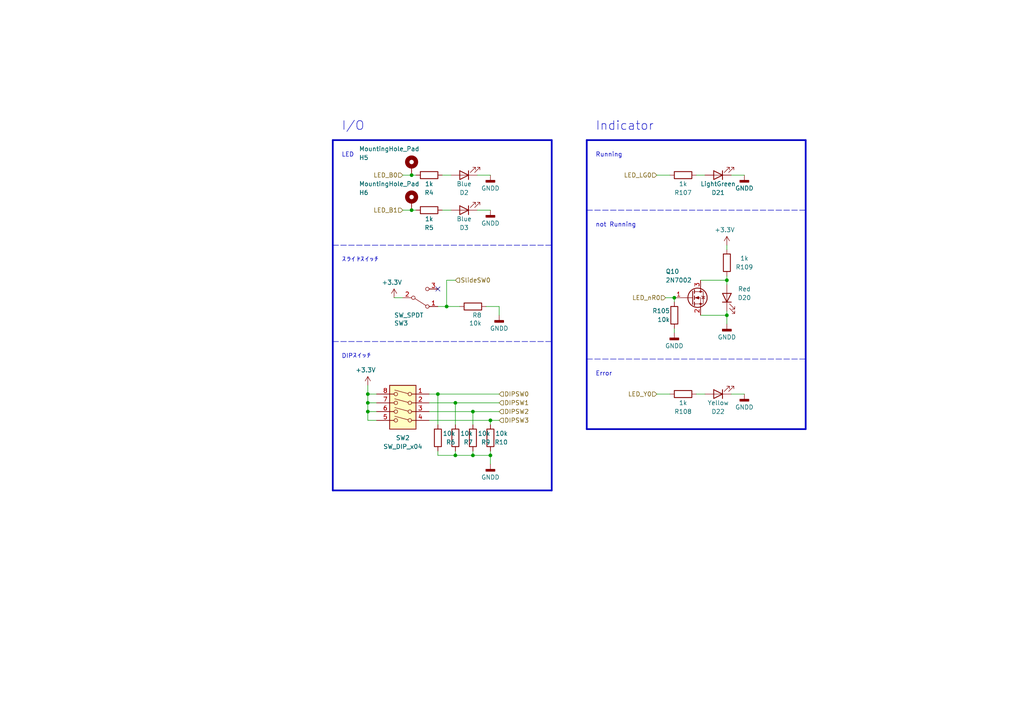
<source format=kicad_sch>
(kicad_sch (version 20230121) (generator eeschema)
  (paper "A4")
  (lib_symbols
    (symbol "Device:LED" (pin_numbers hide) (pin_names (offset 1.016) hide)
      (property "Reference" "D" (at 0 2.54 0))
      (property "Value" "LED" (at 0 -2.54 0))
      (symbol "LED_0_1"
        (polyline (pts (xy -1.27 -1.27) (xy -1.27 1.27)) (stroke (width 0.254)))
        (polyline (pts (xy -1.27 0) (xy 1.27 0)))
        (polyline (pts (xy 1.27 -1.27) (xy 1.27 1.27) (xy -1.27 0) (xy 1.27 -1.27)) (stroke (width 0.254)))
        (polyline (pts (xy -3.048 -0.762) (xy -4.572 -2.286) (xy -3.81 -2.286) (xy -4.572 -2.286) (xy -4.572 -1.524)))
        (polyline (pts (xy -1.778 -0.762) (xy -3.302 -2.286) (xy -2.54 -2.286) (xy -3.302 -2.286) (xy -3.302 -1.524)))
      )
      (symbol "LED_1_1"
        (pin passive line (at -3.81 0 0) (length 2.54) (name "K") (number "1"))
        (pin passive line (at 3.81 0 180) (length 2.54) (name "A") (number "2"))
      )
    )
    (symbol "Device:R" (pin_numbers hide) (pin_names (offset 0))
      (property "Reference" "R" (at 2.032 0 90))
      (property "Value" "R" (at 0 0 90))
      (symbol "R_0_1"
        (rectangle (start -1.016 -2.54) (end 1.016 2.54) (stroke (width 0.254)))
      )
      (symbol "R_1_1"
        (pin passive line (at 0 3.81 270) (length 1.27) (name "~") (number "1"))
        (pin passive line (at 0 -3.81 90) (length 1.27) (name "~") (number "2"))
      )
    )
    (symbol "Mechanical:MountingHole_Pad" (pin_numbers hide) (pin_names (offset 1.016) hide)
      (property "Reference" "H" (at 0 6.35 0))
      (property "Value" "MountingHole_Pad" (at 0 4.445 0))
      (symbol "MountingHole_Pad_0_1"
        (circle (center 0 1.27) (radius 1.27) (stroke (width 1.27)))
      )
      (symbol "MountingHole_Pad_1_1"
        (pin input line (at 0 -2.54 90) (length 2.54) (name "1") (number "1"))
      )
    )
    (symbol "Switch:SW_DIP_x04" (pin_names (offset 0) hide)
      (property "Reference" "SW" (at 0 8.89 0))
      (property "Value" "SW_DIP_x04" (at 0 -6.35 0))
      (symbol "SW_DIP_x04_0_0"
        (circle (center -2.032 -2.54) (radius 0.508))
        (circle (center -2.032 0) (radius 0.508))
        (circle (center -2.032 2.54) (radius 0.508))
        (circle (center -2.032 5.08) (radius 0.508))
        (polyline (pts (xy -1.524 -2.3876) (xy 2.3622 -1.3462)))
        (polyline (pts (xy -1.524 0.127) (xy 2.3622 1.1684)))
        (polyline (pts (xy -1.524 2.667) (xy 2.3622 3.7084)))
        (polyline (pts (xy -1.524 5.207) (xy 2.3622 6.2484)))
        (circle (center 2.032 -2.54) (radius 0.508))
        (circle (center 2.032 0) (radius 0.508))
        (circle (center 2.032 2.54) (radius 0.508))
        (circle (center 2.032 5.08) (radius 0.508))
      )
      (symbol "SW_DIP_x04_0_1"
        (rectangle (start -3.81 7.62) (end 3.81 -5.08) (stroke (width 0.254)) (fill (type background)))
      )
      (symbol "SW_DIP_x04_1_1"
        (pin passive line (at -7.62 5.08 0) (length 5.08) (name "~") (number "1"))
        (pin passive line (at -7.62 2.54 0) (length 5.08) (name "~") (number "2"))
        (pin passive line (at -7.62 0 0) (length 5.08) (name "~") (number "3"))
        (pin passive line (at -7.62 -2.54 0) (length 5.08) (name "~") (number "4"))
        (pin passive line (at 7.62 -2.54 180) (length 5.08) (name "~") (number "5"))
        (pin passive line (at 7.62 0 180) (length 5.08) (name "~") (number "6"))
        (pin passive line (at 7.62 2.54 180) (length 5.08) (name "~") (number "7"))
        (pin passive line (at 7.62 5.08 180) (length 5.08) (name "~") (number "8"))
      )
    )
    (symbol "Switch:SW_SPDT" (pin_names (offset 0) hide)
      (property "Reference" "SW" (at 0 4.318 0))
      (property "Value" "SW_SPDT" (at 0 -5.08 0))
      (symbol "SW_SPDT_0_0"
        (circle (center -2.032 0) (radius 0.508))
        (circle (center 2.032 -2.54) (radius 0.508))
      )
      (symbol "SW_SPDT_0_1"
        (polyline (pts (xy -1.524 0.254) (xy 1.651 2.286)))
        (circle (center 2.032 2.54) (radius 0.508))
      )
      (symbol "SW_SPDT_1_1"
        (pin passive line (at 5.08 2.54 180) (length 2.54) (name "A") (number "1"))
        (pin passive line (at -5.08 0 0) (length 2.54) (name "B") (number "2"))
        (pin passive line (at 5.08 -2.54 180) (length 2.54) (name "C") (number "3"))
      )
    )
    (symbol "Transistor_FET:2N7002" (pin_names hide)
      (property "Reference" "Q" (at 5.08 1.905 0))
      (property "Value" "2N7002" (at 5.08 0 0))
      (symbol "2N7002_0_1"
        (polyline (pts (xy 0.254 0) (xy -2.54 0)))
        (polyline (pts (xy 0.254 1.905) (xy 0.254 -1.905)) (stroke (width 0.254)))
        (polyline (pts (xy 0.762 -1.27) (xy 0.762 -2.286)) (stroke (width 0.254)))
        (polyline (pts (xy 0.762 0.508) (xy 0.762 -0.508)) (stroke (width 0.254)))
        (polyline (pts (xy 0.762 2.286) (xy 0.762 1.27)) (stroke (width 0.254)))
        (polyline (pts (xy 2.54 2.54) (xy 2.54 1.778)))
        (polyline (pts (xy 2.54 -2.54) (xy 2.54 0) (xy 0.762 0)))
        (polyline (pts (xy 0.762 -1.778) (xy 3.302 -1.778) (xy 3.302 1.778) (xy 0.762 1.778)))
        (polyline (pts (xy 1.016 0) (xy 2.032 0.381) (xy 2.032 -0.381) (xy 1.016 0)) (fill (type outline)))
        (polyline (pts (xy 2.794 0.508) (xy 2.921 0.381) (xy 3.683 0.381) (xy 3.81 0.254)))
        (polyline (pts (xy 3.302 0.381) (xy 2.921 -0.254) (xy 3.683 -0.254) (xy 3.302 0.381)))
        (circle (center 1.651 0) (radius 2.794) (stroke (width 0.254)))
        (circle (center 2.54 -1.778) (radius 0.254) (fill (type outline)))
        (circle (center 2.54 1.778) (radius 0.254) (fill (type outline)))
      )
      (symbol "2N7002_1_1"
        (pin input line (at -5.08 0 0) (length 2.54) (name "G") (number "1"))
        (pin passive line (at 2.54 -5.08 90) (length 2.54) (name "S") (number "2"))
        (pin passive line (at 2.54 5.08 270) (length 2.54) (name "D") (number "3"))
      )
    )
    (symbol "power:+3.3V" (power) (pin_names (offset 0))
      (property "Value" "+3.3V" (at 0 3.556 0))
      (symbol "+3.3V_0_1"
        (polyline (pts (xy -0.762 1.27) (xy 0 2.54)))
        (polyline (pts (xy 0 0) (xy 0 2.54)))
        (polyline (pts (xy 0 2.54) (xy 0.762 1.27)))
      )
      (symbol "+3.3V_1_1"
        (pin power_in line (at 0 0 90) (length 0) hide (name "+3.3V") (number "1"))
      )
    )
    (symbol "power:GNDD" (power) (pin_names (offset 0))
      (property "Value" "GNDD" (at 0 -3.175 0))
      (symbol "GNDD_0_1"
        (rectangle (start -1.27 -1.524) (end 1.27 -2.032) (stroke (width 0.254)) (fill (type outline)))
        (polyline (pts (xy 0 0) (xy 0 -1.524)))
      )
      (symbol "GNDD_1_1"
        (pin power_in line (at 0 0 270) (length 0) hide (name "GNDD") (number "1"))
      )
    )
  )
  (junction (at 195.58 86.36))
  (junction (at 142.24 132.08))
  (junction (at 210.82 81.28))
  (junction (at 137.16 132.08))
  (junction (at 119.38 50.8))
  (junction (at 106.68 119.38))
  (junction (at 106.68 116.84))
  (junction (at 132.08 116.84))
  (junction (at 132.08 132.08))
  (junction (at 210.82 91.44))
  (junction (at 137.16 119.38))
  (junction (at 106.68 114.3))
  (junction (at 129.54 88.9))
  (junction (at 119.38 60.96))
  (junction (at 142.24 121.92))
  (junction (at 127 114.3))
  (no_connect (at 127 83.82))
  (wire (pts (xy 127 132.08) (xy 127 130.81)))
  (wire (pts (xy 142.24 132.08) (xy 137.16 132.08)))
  (wire (pts (xy 132.08 132.08) (xy 127 132.08)))
  (wire (pts (xy 106.68 114.3) (xy 106.68 116.84)))
  (wire (pts (xy 203.2 91.44) (xy 210.82 91.44)))
  (wire (pts (xy 114.3 86.36) (xy 116.84 86.36)))
  (wire (pts (xy 138.43 60.96) (xy 142.24 60.96)))
  (wire (pts (xy 127 114.3) (xy 127 123.19)))
  (polyline (pts (xy 96.52 71.12) (xy 160.02 71.12)) (stroke (width 0) (type dash)))
  (wire (pts (xy 128.27 60.96) (xy 130.81 60.96)))
  (polyline (pts (xy 96.52 40.64) (xy 160.02 40.64)) (stroke (width 0.5) (type solid)))
  (wire (pts (xy 132.08 81.28) (xy 129.54 81.28)))
  (wire (pts (xy 106.68 116.84) (xy 109.22 116.84)))
  (wire (pts (xy 124.46 116.84) (xy 132.08 116.84)))
  (wire (pts (xy 109.22 121.92) (xy 106.68 121.92)))
  (wire (pts (xy 140.97 88.9) (xy 144.78 88.9)))
  (polyline (pts (xy 170.18 124.46) (xy 170.18 40.64)) (stroke (width 0.5) (type solid)))
  (wire (pts (xy 127 114.3) (xy 144.78 114.3)))
  (wire (pts (xy 137.16 132.08) (xy 137.16 130.81)))
  (wire (pts (xy 195.58 95.25) (xy 195.58 96.52)))
  (wire (pts (xy 142.24 134.62) (xy 142.24 132.08)))
  (wire (pts (xy 129.54 88.9) (xy 133.35 88.9)))
  (polyline (pts (xy 170.18 104.14) (xy 233.68 104.14)) (stroke (width 0) (type dash)))
  (wire (pts (xy 106.68 119.38) (xy 109.22 119.38)))
  (polyline (pts (xy 170.18 60.96) (xy 233.68 60.96)) (stroke (width 0) (type dash)))
  (wire (pts (xy 127 88.9) (xy 129.54 88.9)))
  (wire (pts (xy 106.68 114.3) (xy 109.22 114.3)))
  (wire (pts (xy 106.68 121.92) (xy 106.68 119.38)))
  (wire (pts (xy 195.58 86.36) (xy 195.58 87.63)))
  (polyline (pts (xy 170.18 40.64) (xy 233.68 40.64)) (stroke (width 0.5) (type solid)))
  (wire (pts (xy 142.24 132.08) (xy 142.24 130.81)))
  (wire (pts (xy 144.78 91.44) (xy 144.78 88.9)))
  (wire (pts (xy 119.38 60.96) (xy 120.65 60.96)))
  (wire (pts (xy 201.93 50.8) (xy 204.47 50.8)))
  (wire (pts (xy 116.84 60.96) (xy 119.38 60.96)))
  (wire (pts (xy 124.46 114.3) (xy 127 114.3)))
  (wire (pts (xy 210.82 91.44) (xy 210.82 93.98)))
  (wire (pts (xy 138.43 50.8) (xy 142.24 50.8)))
  (wire (pts (xy 142.24 121.92) (xy 144.78 121.92)))
  (wire (pts (xy 210.82 71.12) (xy 210.82 72.39)))
  (polyline (pts (xy 96.52 142.24) (xy 160.02 142.24)) (stroke (width 0.5) (type solid)))
  (wire (pts (xy 137.16 119.38) (xy 144.78 119.38)))
  (wire (pts (xy 190.5 50.8) (xy 194.31 50.8)))
  (wire (pts (xy 137.16 132.08) (xy 132.08 132.08)))
  (polyline (pts (xy 233.68 124.46) (xy 233.68 40.64)) (stroke (width 0.5) (type solid)))
  (wire (pts (xy 119.38 50.8) (xy 120.65 50.8)))
  (polyline (pts (xy 96.52 142.24) (xy 96.52 40.64)) (stroke (width 0.5) (type solid)))
  (polyline (pts (xy 160.02 142.24) (xy 160.02 40.64)) (stroke (width 0.5) (type solid)))
  (wire (pts (xy 129.54 81.28) (xy 129.54 88.9)))
  (polyline (pts (xy 96.52 99.06) (xy 160.02 99.06)) (stroke (width 0) (type dash)))
  (wire (pts (xy 106.68 111.76) (xy 106.68 114.3)))
  (polyline (pts (xy 170.18 124.46) (xy 233.68 124.46)) (stroke (width 0.5) (type solid)))
  (wire (pts (xy 193.04 86.36) (xy 195.58 86.36)))
  (wire (pts (xy 210.82 81.28) (xy 210.82 82.55)))
  (wire (pts (xy 132.08 123.19) (xy 132.08 116.84)))
  (wire (pts (xy 124.46 119.38) (xy 137.16 119.38)))
  (wire (pts (xy 128.27 50.8) (xy 130.81 50.8)))
  (wire (pts (xy 190.5 114.3) (xy 194.31 114.3)))
  (wire (pts (xy 210.82 80.01) (xy 210.82 81.28)))
  (wire (pts (xy 212.09 114.3) (xy 215.9 114.3)))
  (wire (pts (xy 116.84 50.8) (xy 119.38 50.8)))
  (wire (pts (xy 132.08 116.84) (xy 144.78 116.84)))
  (wire (pts (xy 132.08 132.08) (xy 132.08 130.81)))
  (wire (pts (xy 212.09 50.8) (xy 215.9 50.8)))
  (wire (pts (xy 142.24 121.92) (xy 142.24 123.19)))
  (wire (pts (xy 203.2 81.28) (xy 210.82 81.28)))
  (wire (pts (xy 201.93 114.3) (xy 204.47 114.3)))
  (wire (pts (xy 106.68 119.38) (xy 106.68 116.84)))
  (wire (pts (xy 137.16 119.38) (xy 137.16 123.19)))
  (wire (pts (xy 210.82 91.44) (xy 210.82 90.17)))
  (wire (pts (xy 124.46 121.92) (xy 142.24 121.92)))
  (text "DIPスイッチ" (at 99.06 104.14 0) (effects (font (size 1.27 1.27)) (justify left bottom)))
  (text "Error" (at 172.72 109.22 0) (effects (font (size 1.27 1.27)) (justify left bottom)))
  (text "not Running" (at 172.72 66.04 0) (effects (font (size 1.27 1.27)) (justify left bottom)))
  (text "スライドスイッチ" (at 99.06 76.2 0) (effects (font (size 1.27 1.27)) (justify left bottom)))
  (text "Indicator" (at 172.72 38.1 0) (effects (font (size 2.54 2.54)) (justify left bottom)))
  (text "LED" (at 99.06 45.72 0) (effects (font (size 1.27 1.27)) (justify left bottom)))
  (text "I/O" (at 99.06 38.1 0) (effects (font (size 2.54 2.54)) (justify left bottom)))
  (text "Running" (at 172.72 45.72 0) (effects (font (size 1.27 1.27)) (justify left bottom)))
  (hierarchical_label "SlideSW0" (shape input) (at 132.08 81.28 0))
  (hierarchical_label "DIPSW0" (shape input) (at 144.78 114.3 0))
  (hierarchical_label "LED_nR0" (shape input) (at 193.04 86.36 180))
  (hierarchical_label "DIPSW1" (shape input) (at 144.78 116.84 0))
  (hierarchical_label "LED_B1" (shape input) (at 116.84 60.96 180))
  (hierarchical_label "LED_Y0" (shape input) (at 190.5 114.3 180))
  (hierarchical_label "LED_LG0" (shape input) (at 190.5 50.8 180))
  (hierarchical_label "LED_B0" (shape input) (at 116.84 50.8 180))
  (hierarchical_label "DIPSW3" (shape input) (at 144.78 121.92 0))
  (hierarchical_label "DIPSW2" (shape input) (at 144.78 119.38 0))
  (symbol (lib_id "power:+3.3V") (at 210.82 71.12 0) (unit 1)
    (property "Reference" "#PWR0139" (effects hide))
    (property "Value" "+3.3V" (at 210.185 66.675 0))
  )
  (symbol (lib_id "Device:LED") (at 210.82 86.36 90) (unit 1)
    (property "Reference" "D20" (at 215.9 86.36 90))
    (property "Value" "Red" (at 215.9 83.82 90))
    (property "Footprint" "LED_SMD:LED_0603_1608Metric_Pad1.05x0.95mm_HandSolder" (effects hide))
  )
  (symbol (lib_id "power:+3.3V") (at 114.3 86.36 0) (unit 1)
    (property "Reference" "#PWR014" (effects hide))
    (property "Value" "+3.3V" (at 113.665 81.915 0))
  )
  (symbol (lib_id "Device:R") (at 124.46 60.96 270) (mirror x) (unit 1)
    (property "Reference" "R5" (at 124.46 66.04 90))
    (property "Value" "1k" (at 124.46 63.5 90))
    (property "Footprint" "Resistor_SMD:R_0402_1005Metric" (effects hide))
  )
  (symbol (lib_id "Device:R") (at 137.16 127 180) (unit 1)
    (property "Reference" "R9" (at 142.24 128.27 0) (effects (justify left)))
    (property "Value" "10k" (at 142.24 125.73 0) (effects (justify left)))
    (property "Footprint" "Resistor_SMD:R_0402_1005Metric" (effects hide))
  )
  (symbol (lib_id "Device:R") (at 142.24 127 180) (unit 1)
    (property "Reference" "R10" (at 147.32 128.27 0) (effects (justify left)))
    (property "Value" "10k" (at 147.32 125.73 0) (effects (justify left)))
    (property "Footprint" "Resistor_SMD:R_0402_1005Metric" (effects hide))
  )
  (symbol (lib_id "Mechanical:MountingHole_Pad") (at 119.38 58.42 0) (mirror y) (unit 1)
    (property "Reference" "H6" (at 104.14 55.88 0) (effects (justify right)))
    (property "Value" "MountingHole_Pad" (at 104.14 53.34 0) (effects (justify right)))
    (property "Footprint" "TestPoint:TestPoint_Pad_1.0x1.0mm" (effects hide))
  )
  (symbol (lib_id "Device:LED") (at 208.28 114.3 180) (unit 1)
    (property "Reference" "D22" (at 208.28 119.38 0))
    (property "Value" "Yellow" (at 208.28 116.84 0))
    (property "Footprint" "LED_SMD:LED_0603_1608Metric_Pad1.05x0.95mm_HandSolder" (effects hide))
  )
  (symbol (lib_id "power:GNDD") (at 142.24 50.8 0) (unit 1)
    (property "Reference" "#PWR015" (effects hide))
    (property "Value" "GNDD" (at 142.24 54.61 0))
  )
  (symbol (lib_id "power:GNDD") (at 142.24 134.62 0) (unit 1)
    (property "Reference" "#PWR017" (effects hide))
    (property "Value" "GNDD" (at 142.24 138.43 0))
  )
  (symbol (lib_id "power:GNDD") (at 215.9 50.8 0) (unit 1)
    (property "Reference" "#PWR0141" (effects hide))
    (property "Value" "GNDD" (at 215.9 54.61 0))
  )
  (symbol (lib_id "Transistor_FET:2N7002") (at 200.66 86.36 0) (unit 1)
    (property "Reference" "Q10" (at 193.04 78.74 0) (effects (justify left)))
    (property "Value" "2N7002" (at 193.04 81.28 0) (effects (justify left)))
    (property "Footprint" "Package_TO_SOT_SMD:SOT-23" (effects hide))
    (property "Datasheet" "https://www.onsemi.com/pub/Collateral/NDS7002A-D.PDF" (effects hide))
  )
  (symbol (lib_id "power:GNDD") (at 215.9 114.3 0) (unit 1)
    (property "Reference" "#PWR0142" (effects hide))
    (property "Value" "GNDD" (at 215.9 118.11 0))
  )
  (symbol (lib_id "Device:R") (at 127 127 180) (unit 1)
    (property "Reference" "R6" (at 132.08 128.27 0) (effects (justify left)))
    (property "Value" "10k" (at 132.08 125.73 0) (effects (justify left)))
    (property "Footprint" "Resistor_SMD:R_0402_1005Metric" (effects hide))
  )
  (symbol (lib_id "power:GNDD") (at 195.58 96.52 0) (unit 1)
    (property "Reference" "#PWR0138" (effects hide))
    (property "Value" "GNDD" (at 195.58 100.33 0))
  )
  (symbol (lib_id "power:GNDD") (at 210.82 93.98 0) (unit 1)
    (property "Reference" "#PWR0140" (effects hide))
    (property "Value" "GNDD" (at 210.82 97.79 0))
  )
  (symbol (lib_id "Mechanical:MountingHole_Pad") (at 119.38 48.26 0) (mirror y) (unit 1)
    (property "Reference" "H5" (at 104.14 45.72 0) (effects (justify right)))
    (property "Value" "MountingHole_Pad" (at 104.14 43.18 0) (effects (justify right)))
    (property "Footprint" "TestPoint:TestPoint_Pad_1.0x1.0mm" (effects hide))
  )
  (symbol (lib_id "Switch:SW_SPDT") (at 121.92 86.36 0) (mirror x) (unit 1)
    (property "Reference" "SW3" (at 114.3 93.7514 0) (effects (justify left)))
    (property "Value" "SW_SPDT" (at 114.3 91.44 0) (effects (justify left)))
    (property "Footprint" "TomoshibiLibrary:SW_Slide_SPDT_SSSS213202" (effects hide))
  )
  (symbol (lib_id "Switch:SW_DIP_x04") (at 116.84 119.38 0) (mirror y) (unit 1)
    (property "Reference" "SW2" (at 116.84 127 0))
    (property "Value" "SW_DIP_x04" (at 116.84 129.54 0))
    (property "Footprint" "Button_Switch_SMD:SW_DIP_SPSTx04_Slide_Copal_CHS-04B_W7.62mm_P1.27mm" (effects hide))
  )
  (symbol (lib_id "Device:LED") (at 134.62 50.8 180) (unit 1)
    (property "Reference" "D2" (at 134.62 55.88 0))
    (property "Value" "Blue" (at 134.62 53.34 0))
    (property "Footprint" "LED_SMD:LED_0603_1608Metric_Pad1.05x0.95mm_HandSolder" (effects hide))
  )
  (symbol (lib_id "Device:R") (at 210.82 76.2 0) (mirror y) (unit 1)
    (property "Reference" "R109" (at 215.9 77.47 0))
    (property "Value" "1k" (at 215.9 74.93 0))
    (property "Footprint" "Resistor_SMD:R_0402_1005Metric" (effects hide))
  )
  (symbol (lib_id "Device:R") (at 198.12 114.3 270) (mirror x) (unit 1)
    (property "Reference" "R108" (at 198.12 119.38 90))
    (property "Value" "1k" (at 198.12 116.84 90))
    (property "Footprint" "Resistor_SMD:R_0402_1005Metric" (effects hide))
  )
  (symbol (lib_id "Device:R") (at 137.16 88.9 90) (mirror x) (unit 1)
    (property "Reference" "R8" (at 139.7 91.44 90) (effects (justify left)))
    (property "Value" "10k" (at 139.7 93.7514 90) (effects (justify left)))
    (property "Footprint" "Resistor_SMD:R_0402_1005Metric" (effects hide))
  )
  (symbol (lib_id "Device:LED") (at 208.28 50.8 180) (unit 1)
    (property "Reference" "D21" (at 208.28 55.88 0))
    (property "Value" "LightGreen" (at 208.28 53.34 0))
    (property "Footprint" "LED_SMD:LED_0603_1608Metric_Pad1.05x0.95mm_HandSolder" (effects hide))
  )
  (symbol (lib_id "Device:R") (at 124.46 50.8 270) (mirror x) (unit 1)
    (property "Reference" "R4" (at 124.46 55.88 90))
    (property "Value" "1k" (at 124.46 53.34 90))
    (property "Footprint" "Resistor_SMD:R_0402_1005Metric" (effects hide))
  )
  (symbol (lib_id "Device:R") (at 198.12 50.8 270) (mirror x) (unit 1)
    (property "Reference" "R107" (at 198.12 55.88 90))
    (property "Value" "1k" (at 198.12 53.34 90))
    (property "Footprint" "Resistor_SMD:R_0402_1005Metric" (effects hide))
  )
  (symbol (lib_id "Device:R") (at 195.58 91.44 0) (mirror y) (unit 1)
    (property "Reference" "R105" (at 194.31 90.17 0) (effects (justify left)))
    (property "Value" "10k" (at 194.31 92.71 0) (effects (justify left)))
    (property "Footprint" "Resistor_SMD:R_0402_1005Metric" (effects hide))
  )
  (symbol (lib_id "power:+3.3V") (at 106.68 111.76 0) (unit 1)
    (property "Reference" "#PWR013" (effects hide))
    (property "Value" "+3.3V" (at 106.045 107.315 0))
  )
  (symbol (lib_id "power:GNDD") (at 142.24 60.96 0) (unit 1)
    (property "Reference" "#PWR016" (effects hide))
    (property "Value" "GNDD" (at 142.24 64.77 0))
  )
  (symbol (lib_id "Device:LED") (at 134.62 60.96 180) (unit 1)
    (property "Reference" "D3" (at 134.62 66.04 0))
    (property "Value" "Blue" (at 134.62 63.5 0))
    (property "Footprint" "LED_SMD:LED_0603_1608Metric_Pad1.05x0.95mm_HandSolder" (effects hide))
  )
  (symbol (lib_id "power:GNDD") (at 144.78 91.44 0) (unit 1)
    (property "Reference" "#PWR018" (effects hide))
    (property "Value" "GNDD" (at 144.78 95.25 0))
  )
  (symbol (lib_id "Device:R") (at 132.08 127 180) (unit 1)
    (property "Reference" "R7" (at 137.16 128.27 0) (effects (justify left)))
    (property "Value" "10k" (at 137.16 125.73 0) (effects (justify left)))
    (property "Footprint" "Resistor_SMD:R_0402_1005Metric" (effects hide))
  )
)
</source>
